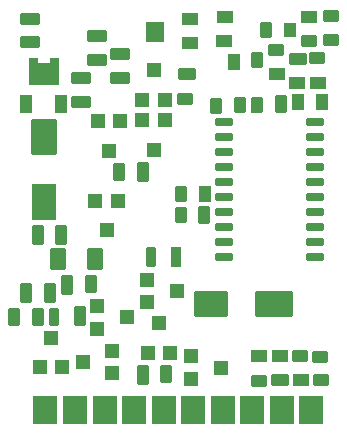
<source format=gbr>
G04 #@! TF.GenerationSoftware,KiCad,Pcbnew,9.0.4-9.0.4-0~ubuntu24.04.1*
G04 #@! TF.CreationDate,2025-08-25T21:36:43-07:00*
G04 #@! TF.ProjectId,iisi-riser-board,69697369-2d72-4697-9365-722d626f6172,rev?*
G04 #@! TF.SameCoordinates,Original*
G04 #@! TF.FileFunction,Soldermask,Top*
G04 #@! TF.FilePolarity,Negative*
%FSLAX46Y46*%
G04 Gerber Fmt 4.6, Leading zero omitted, Abs format (unit mm)*
G04 Created by KiCad (PCBNEW 9.0.4-9.0.4-0~ubuntu24.04.1) date 2025-08-25 21:36:43*
%MOMM*%
%LPD*%
G01*
G04 APERTURE LIST*
G04 Aperture macros list*
%AMRoundRect*
0 Rectangle with rounded corners*
0 $1 Rounding radius*
0 $2 $3 $4 $5 $6 $7 $8 $9 X,Y pos of 4 corners*
0 Add a 4 corners polygon primitive as box body*
4,1,4,$2,$3,$4,$5,$6,$7,$8,$9,$2,$3,0*
0 Add four circle primitives for the rounded corners*
1,1,$1+$1,$2,$3*
1,1,$1+$1,$4,$5*
1,1,$1+$1,$6,$7*
1,1,$1+$1,$8,$9*
0 Add four rect primitives between the rounded corners*
20,1,$1+$1,$2,$3,$4,$5,0*
20,1,$1+$1,$4,$5,$6,$7,0*
20,1,$1+$1,$6,$7,$8,$9,0*
20,1,$1+$1,$8,$9,$2,$3,0*%
%AMFreePoly0*
4,1,9,1.362500,0.475000,0.937500,0.475000,0.937500,-0.475000,1.362500,-0.475000,1.362500,-1.250000,-0.937500,-1.250000,-0.937500,1.250000,1.362500,1.250000,1.362500,0.475000,1.362500,0.475000,$1*%
G04 Aperture macros list end*
%ADD10RoundRect,0.100000X0.575000X-0.437500X0.575000X0.437500X-0.575000X0.437500X-0.575000X-0.437500X0*%
%ADD11RoundRect,0.100000X0.625000X-0.425000X0.625000X0.425000X-0.625000X0.425000X-0.625000X-0.425000X0*%
%ADD12RoundRect,0.100000X0.525000X0.525000X-0.525000X0.525000X-0.525000X-0.525000X0.525000X-0.525000X0*%
%ADD13RoundRect,0.090244X0.372256X0.734756X-0.372256X0.734756X-0.372256X-0.734756X0.372256X-0.734756X0*%
%ADD14RoundRect,0.085366X0.352134X0.739634X-0.352134X0.739634X-0.352134X-0.739634X0.352134X-0.739634X0*%
%ADD15RoundRect,0.100000X-0.412500X-0.725000X0.412500X-0.725000X0.412500X0.725000X-0.412500X0.725000X0*%
%ADD16RoundRect,0.078049X-0.321951X-0.696951X0.321951X-0.696951X0.321951X0.696951X-0.321951X0.696951X0*%
%ADD17RoundRect,0.100000X-0.725000X0.412500X-0.725000X-0.412500X0.725000X-0.412500X0.725000X0.412500X0*%
%ADD18RoundRect,0.100000X0.412500X0.625000X-0.412500X0.625000X-0.412500X-0.625000X0.412500X-0.625000X0*%
%ADD19RoundRect,0.095305X0.412195X0.554695X-0.412195X0.554695X-0.412195X-0.554695X0.412195X-0.554695X0*%
%ADD20RoundRect,0.100000X-0.525000X-0.525000X0.525000X-0.525000X0.525000X0.525000X-0.525000X0.525000X0*%
%ADD21R,1.475000X1.100000*%
%ADD22R,1.500000X1.750000*%
%ADD23R,1.350000X1.100000*%
%ADD24RoundRect,0.100000X-0.412500X-0.575000X0.412500X-0.575000X0.412500X0.575000X-0.412500X0.575000X0*%
%ADD25RoundRect,0.100000X-0.437500X-0.600000X0.437500X-0.600000X0.437500X0.600000X-0.437500X0.600000X0*%
%ADD26RoundRect,0.100000X0.425000X-0.675000X0.425000X0.675000X-0.425000X0.675000X-0.425000X-0.675000X0*%
%ADD27FreePoly0,90.000000*%
%ADD28RoundRect,0.100000X-0.387500X-0.562500X0.387500X-0.562500X0.387500X0.562500X-0.387500X0.562500X0*%
%ADD29RoundRect,0.100000X-0.400000X-0.525000X0.400000X-0.525000X0.400000X0.525000X-0.400000X0.525000X0*%
%ADD30RoundRect,0.100000X0.562500X0.800000X-0.562500X0.800000X-0.562500X-0.800000X0.562500X-0.800000X0*%
%ADD31RoundRect,0.104878X0.545122X-0.432622X0.545122X0.432622X-0.545122X0.432622X-0.545122X-0.432622X0*%
%ADD32RoundRect,0.100000X0.650000X-0.412500X0.650000X0.412500X-0.650000X0.412500X-0.650000X-0.412500X0*%
%ADD33RoundRect,0.100000X0.900000X-1.462500X0.900000X1.462500X-0.900000X1.462500X-0.900000X-1.462500X0*%
%ADD34RoundRect,0.100000X0.962500X-1.462500X0.962500X1.462500X-0.962500X1.462500X-0.962500X-1.462500X0*%
%ADD35RoundRect,0.100000X-0.525000X0.525000X-0.525000X-0.525000X0.525000X-0.525000X0.525000X0.525000X0*%
%ADD36RoundRect,0.100000X0.587500X-0.400000X0.587500X0.400000X-0.587500X0.400000X-0.587500X-0.400000X0*%
%ADD37RoundRect,0.100000X0.612500X-0.437500X0.612500X0.437500X-0.612500X0.437500X-0.612500X-0.437500X0*%
%ADD38RoundRect,0.100000X0.437500X0.550000X-0.437500X0.550000X-0.437500X-0.550000X0.437500X-0.550000X0*%
%ADD39RoundRect,0.100000X0.425000X0.575000X-0.425000X0.575000X-0.425000X-0.575000X0.425000X-0.575000X0*%
%ADD40RoundRect,0.100000X0.525000X-0.525000X0.525000X0.525000X-0.525000X0.525000X-0.525000X-0.525000X0*%
%ADD41RoundRect,0.102439X-0.422561X-0.610061X0.422561X-0.610061X0.422561X0.610061X-0.422561X0.610061X0*%
%ADD42RoundRect,0.097561X-0.402439X-0.589939X0.402439X-0.589939X0.402439X0.589939X-0.402439X0.589939X0*%
%ADD43RoundRect,0.100000X0.562500X-0.425000X0.562500X0.425000X-0.562500X0.425000X-0.562500X-0.425000X0*%
%ADD44RoundRect,0.100000X0.612500X-0.425000X0.612500X0.425000X-0.612500X0.425000X-0.612500X-0.425000X0*%
%ADD45RoundRect,0.100000X-0.575000X0.412500X-0.575000X-0.412500X0.575000X-0.412500X0.575000X0.412500X0*%
%ADD46RoundRect,0.100000X-0.575000X0.437500X-0.575000X-0.437500X0.575000X-0.437500X0.575000X0.437500X0*%
%ADD47RoundRect,0.100000X0.562500X-0.412500X0.562500X0.412500X-0.562500X0.412500X-0.562500X-0.412500X0*%
%ADD48RoundRect,0.100000X0.425000X0.625000X-0.425000X0.625000X-0.425000X-0.625000X0.425000X-0.625000X0*%
%ADD49RoundRect,0.100000X0.412500X0.587500X-0.412500X0.587500X-0.412500X-0.587500X0.412500X-0.587500X0*%
%ADD50RoundRect,0.100000X0.600000X-0.412500X0.600000X0.412500X-0.600000X0.412500X-0.600000X-0.412500X0*%
%ADD51RoundRect,0.100000X0.537500X-0.400000X0.537500X0.400000X-0.537500X0.400000X-0.537500X-0.400000X0*%
%ADD52RoundRect,0.100000X-0.425000X-0.587500X0.425000X-0.587500X0.425000X0.587500X-0.425000X0.587500X0*%
%ADD53RoundRect,0.100000X0.412500X0.725000X-0.412500X0.725000X-0.412500X-0.725000X0.412500X-0.725000X0*%
%ADD54RoundRect,0.100000X0.662500X0.250000X-0.662500X0.250000X-0.662500X-0.250000X0.662500X-0.250000X0*%
%ADD55RoundRect,0.092683X-0.382317X-0.644817X0.382317X-0.644817X0.382317X0.644817X-0.382317X0.644817X0*%
%ADD56R,2.000000X2.350000*%
%ADD57RoundRect,0.100000X0.575000X-0.425000X0.575000X0.425000X-0.575000X0.425000X-0.575000X-0.425000X0*%
%ADD58RoundRect,0.100000X0.625000X-0.437500X0.625000X0.437500X-0.625000X0.437500X-0.625000X-0.437500X0*%
%ADD59RoundRect,0.102439X0.610061X-0.422561X0.610061X0.422561X-0.610061X0.422561X-0.610061X-0.422561X0*%
%ADD60RoundRect,0.100000X0.725000X-0.412500X0.725000X0.412500X-0.725000X0.412500X-0.725000X-0.412500X0*%
%ADD61RoundRect,0.100000X-0.400000X-0.625000X0.400000X-0.625000X0.400000X0.625000X-0.400000X0.625000X0*%
%ADD62RoundRect,0.100000X-0.612500X0.400000X-0.612500X-0.400000X0.612500X-0.400000X0.612500X0.400000X0*%
%ADD63RoundRect,0.100000X-1.300000X-0.975000X1.300000X-0.975000X1.300000X0.975000X-1.300000X0.975000X0*%
%ADD64RoundRect,0.100000X-1.525000X-0.975000X1.525000X-0.975000X1.525000X0.975000X-1.525000X0.975000X0*%
%ADD65RoundRect,0.097561X-0.402439X-0.727439X0.402439X-0.727439X0.402439X0.727439X-0.402439X0.727439X0*%
%ADD66RoundRect,0.100000X-0.412500X-0.650000X0.412500X-0.650000X0.412500X0.650000X-0.412500X0.650000X0*%
%ADD67RoundRect,0.100000X-0.562500X0.425000X-0.562500X-0.425000X0.562500X-0.425000X0.562500X0.425000X0*%
%ADD68RoundRect,0.100000X-0.612500X0.412500X-0.612500X-0.412500X0.612500X-0.412500X0.612500X0.412500X0*%
G04 APERTURE END LIST*
D10*
G04 #@! TO.C,R14*
X125300000Y-70750000D03*
D11*
X125350000Y-68687500D03*
G04 #@! TD*
D12*
G04 #@! TO.C,Q3*
X109650000Y-93425000D03*
X109650000Y-95325000D03*
X107150000Y-94375000D03*
G04 #@! TD*
D13*
G04 #@! TO.C,R12*
X115062500Y-85525000D03*
D14*
X112912500Y-85525000D03*
G04 #@! TD*
D15*
G04 #@! TO.C,R16*
X103337500Y-83600000D03*
X105337500Y-83600000D03*
G04 #@! TD*
G04 #@! TO.C,C11*
X102350000Y-88525000D03*
X104350000Y-88525000D03*
G04 #@! TD*
D16*
G04 #@! TO.C,R7*
X104762500Y-90550000D03*
D15*
X106912500Y-90500000D03*
G04 #@! TD*
D17*
G04 #@! TO.C,R11*
X108325000Y-66812500D03*
X108325000Y-68812500D03*
G04 #@! TD*
D18*
G04 #@! TO.C,R2*
X117437500Y-81925000D03*
D19*
X115477500Y-81900000D03*
G04 #@! TD*
D20*
G04 #@! TO.C,D2*
X112625000Y-89300000D03*
X115125000Y-88350000D03*
X112625000Y-87400000D03*
G04 #@! TD*
D21*
G04 #@! TO.C,RV1*
X116250000Y-67350000D03*
D22*
X113275000Y-66400000D03*
D23*
X116225000Y-65350000D03*
G04 #@! TD*
D24*
G04 #@! TO.C,C1*
X115450000Y-80150000D03*
D25*
X117500000Y-80175000D03*
G04 #@! TD*
D26*
G04 #@! TO.C,U2*
X102350000Y-72550000D03*
D27*
X103850000Y-69993750D03*
D26*
X105350000Y-72550000D03*
G04 #@! TD*
D28*
G04 #@! TO.C,R3*
X122675000Y-66300000D03*
D29*
X124700000Y-66300000D03*
G04 #@! TD*
D30*
G04 #@! TO.C,C4*
X108175000Y-85675000D03*
X105025000Y-85675000D03*
G04 #@! TD*
D31*
G04 #@! TO.C,R5*
X115850000Y-72075000D03*
D32*
X115950000Y-70025000D03*
G04 #@! TD*
D33*
G04 #@! TO.C,C10*
X103875000Y-80825000D03*
D34*
X103875000Y-75350000D03*
G04 #@! TD*
D35*
G04 #@! TO.C,Q1*
X108450000Y-74000000D03*
X110350000Y-74000000D03*
X109400000Y-76500000D03*
G04 #@! TD*
D36*
G04 #@! TO.C,C2*
X126300000Y-67200000D03*
D37*
X126325000Y-65150000D03*
G04 #@! TD*
D38*
G04 #@! TO.C,R1*
X120475000Y-72650000D03*
D39*
X118475000Y-72675000D03*
G04 #@! TD*
D40*
G04 #@! TO.C,D5*
X105400000Y-94825000D03*
X104450000Y-92325000D03*
X103500000Y-94825000D03*
G04 #@! TD*
D41*
G04 #@! TO.C,R22*
X119950000Y-68950000D03*
D42*
X121950000Y-68850000D03*
G04 #@! TD*
D43*
G04 #@! TO.C,R10*
X122075000Y-95987500D03*
D44*
X122075000Y-93887500D03*
G04 #@! TD*
D35*
G04 #@! TO.C,D4*
X112200000Y-73900000D03*
X113150000Y-76400000D03*
X114100000Y-73900000D03*
G04 #@! TD*
D45*
G04 #@! TO.C,C7*
X127000000Y-68675000D03*
D46*
X127100000Y-70750000D03*
G04 #@! TD*
D17*
G04 #@! TO.C,R17*
X107025000Y-70325000D03*
X107025000Y-72325000D03*
G04 #@! TD*
D47*
G04 #@! TO.C,R21*
X127300000Y-95925000D03*
X127250000Y-93925000D03*
G04 #@! TD*
D48*
G04 #@! TO.C,C3*
X123925000Y-72575000D03*
D49*
X121875000Y-72650000D03*
G04 #@! TD*
D50*
G04 #@! TO.C,C6*
X123625000Y-69975000D03*
D51*
X123525000Y-67975000D03*
G04 #@! TD*
D25*
G04 #@! TO.C,C8*
X125400000Y-72400000D03*
D52*
X127400000Y-72350000D03*
G04 #@! TD*
D18*
G04 #@! TO.C,R18*
X107825000Y-87750000D03*
D53*
X105825000Y-87825000D03*
G04 #@! TD*
D54*
G04 #@! TO.C,U1*
X126825000Y-85490000D03*
X126825000Y-84220000D03*
X126825000Y-82950000D03*
X126825000Y-81680000D03*
X126825000Y-80410000D03*
X126825000Y-79140000D03*
X126825000Y-77870000D03*
X126825000Y-76600000D03*
X126825000Y-75330000D03*
X126825000Y-74060000D03*
X119100000Y-74060000D03*
X119100000Y-75330000D03*
X119100000Y-76600000D03*
X119100000Y-77870000D03*
X119100000Y-79140000D03*
X119100000Y-80410000D03*
X119100000Y-81680000D03*
X119100000Y-82950000D03*
X119100000Y-84220000D03*
X119100000Y-85490000D03*
G04 #@! TD*
D55*
G04 #@! TO.C,R4*
X110262500Y-78300000D03*
D15*
X112262500Y-78300000D03*
G04 #@! TD*
D56*
G04 #@! TO.C,J1*
X104000000Y-98425000D03*
X106500000Y-98425000D03*
X109000000Y-98425000D03*
X111500000Y-98425000D03*
X114000000Y-98425000D03*
X116500000Y-98425000D03*
X119000000Y-98425000D03*
X121500000Y-98425000D03*
X124000000Y-98425000D03*
X126500000Y-98425000D03*
G04 #@! TD*
D57*
G04 #@! TO.C,R20*
X128175000Y-67125000D03*
X128175000Y-65125000D03*
G04 #@! TD*
D58*
G04 #@! TO.C,R9*
X123850000Y-95912500D03*
D59*
X123850000Y-93912500D03*
G04 #@! TD*
D20*
G04 #@! TO.C,D6*
X116325000Y-95800000D03*
X118825000Y-94850000D03*
X116325000Y-93900000D03*
G04 #@! TD*
D60*
G04 #@! TO.C,R19*
X102650000Y-67312500D03*
X102650000Y-65312500D03*
G04 #@! TD*
D17*
G04 #@! TO.C,R13*
X110275000Y-68337500D03*
X110275000Y-70337500D03*
G04 #@! TD*
D40*
G04 #@! TO.C,D3*
X114100000Y-72175000D03*
X113150000Y-69675000D03*
X112200000Y-72175000D03*
G04 #@! TD*
D61*
G04 #@! TO.C,R15*
X101350000Y-90575000D03*
X103350000Y-90575000D03*
G04 #@! TD*
D62*
G04 #@! TO.C,R6*
X119200000Y-65200000D03*
X119125000Y-67225000D03*
G04 #@! TD*
D63*
G04 #@! TO.C,C9*
X118050000Y-89500000D03*
D64*
X123350000Y-89500000D03*
G04 #@! TD*
D35*
G04 #@! TO.C,Q4*
X108225000Y-80725000D03*
X110125000Y-80725000D03*
X109175000Y-83225000D03*
G04 #@! TD*
D65*
G04 #@! TO.C,R8*
X112250000Y-95500000D03*
D66*
X114237500Y-95400000D03*
G04 #@! TD*
D20*
G04 #@! TO.C,Q2*
X108400000Y-91550000D03*
X108400000Y-89650000D03*
X110900000Y-90600000D03*
G04 #@! TD*
D40*
G04 #@! TO.C,D1*
X114575000Y-93600000D03*
X113625000Y-91100000D03*
X112675000Y-93600000D03*
G04 #@! TD*
D67*
G04 #@! TO.C,C5*
X125550000Y-93900000D03*
D68*
X125600000Y-95900000D03*
G04 #@! TD*
M02*

</source>
